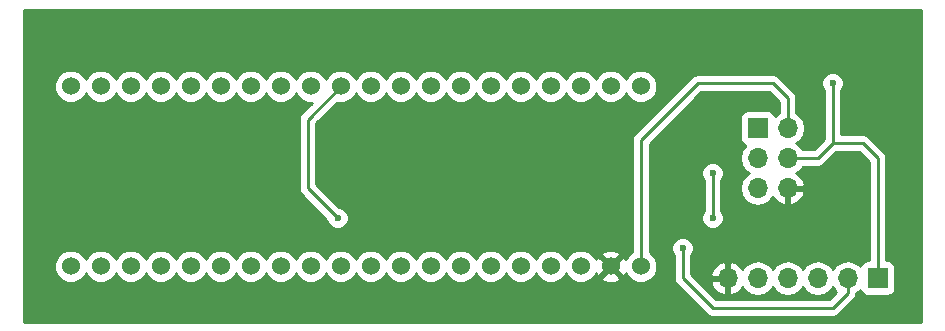
<source format=gtl>
G04 #@! TF.FileFunction,Copper,L1,Top,Signal*
%FSLAX46Y46*%
G04 Gerber Fmt 4.6, Leading zero omitted, Abs format (unit mm)*
G04 Created by KiCad (PCBNEW 4.0.6) date Sun May 21 13:57:47 2017*
%MOMM*%
%LPD*%
G01*
G04 APERTURE LIST*
%ADD10C,0.100000*%
%ADD11R,1.700000X1.700000*%
%ADD12O,1.700000X1.700000*%
%ADD13C,1.524000*%
%ADD14C,0.600000*%
%ADD15C,0.250000*%
%ADD16C,0.254000*%
G04 APERTURE END LIST*
D10*
D11*
X226060000Y-113030000D03*
D12*
X228600000Y-113030000D03*
X226060000Y-115570000D03*
X228600000Y-115570000D03*
X226060000Y-118110000D03*
X228600000Y-118110000D03*
D13*
X167915001Y-124735001D03*
X170455001Y-124735001D03*
X172995001Y-124735001D03*
X175535001Y-124735001D03*
X178075001Y-124735001D03*
X180615001Y-124735001D03*
X183155001Y-124735001D03*
X185695001Y-124735001D03*
X188235001Y-124735001D03*
X190775001Y-124735001D03*
X193315001Y-124735001D03*
X195855001Y-124735001D03*
X198395001Y-124735001D03*
X200935001Y-124735001D03*
X203475001Y-124735001D03*
X206015001Y-124735001D03*
X208555001Y-124735001D03*
X211095001Y-124735001D03*
X213635001Y-124735001D03*
X216175001Y-124735001D03*
X216175001Y-109495001D03*
X213635001Y-109495001D03*
X211095001Y-109495001D03*
X208555001Y-109495001D03*
X206015001Y-109495001D03*
X203475001Y-109495001D03*
X200935001Y-109495001D03*
X198395001Y-109495001D03*
X195855001Y-109495001D03*
X193315001Y-109495001D03*
X190775001Y-109495001D03*
X188235001Y-109495001D03*
X185695001Y-109495001D03*
X183155001Y-109495001D03*
X180615001Y-109495001D03*
X178075001Y-109495001D03*
X175535001Y-109495001D03*
X172995001Y-109495001D03*
X170455001Y-109495001D03*
X167915001Y-109495001D03*
D11*
X236220000Y-125730000D03*
D12*
X233680000Y-125730000D03*
X231140000Y-125730000D03*
X228600000Y-125730000D03*
X226060000Y-125730000D03*
X223520000Y-125730000D03*
D14*
X190500000Y-120650000D03*
X219710000Y-123190000D03*
X222250000Y-116840000D03*
X222250000Y-120650000D03*
X232410000Y-109220000D03*
D15*
X216175001Y-124735001D02*
X216175001Y-114024999D01*
X228600000Y-110490000D02*
X228600000Y-113030000D01*
X227330000Y-109220000D02*
X228600000Y-110490000D01*
X220980000Y-109220000D02*
X227330000Y-109220000D01*
X216175001Y-114024999D02*
X220980000Y-109220000D01*
X233680000Y-125730000D02*
X233680000Y-127000000D01*
X187960000Y-112310002D02*
X190775001Y-109495001D01*
X187960000Y-118110000D02*
X187960000Y-112310002D01*
X190500000Y-120650000D02*
X187960000Y-118110000D01*
X219710000Y-125730000D02*
X219710000Y-123190000D01*
X222250000Y-128270000D02*
X219710000Y-125730000D01*
X232410000Y-128270000D02*
X222250000Y-128270000D01*
X233680000Y-127000000D02*
X232410000Y-128270000D01*
X222250000Y-120650000D02*
X222250000Y-116840000D01*
X236220000Y-125730000D02*
X236220000Y-115570000D01*
X234950000Y-114300000D02*
X232410000Y-114300000D01*
X236220000Y-115570000D02*
X234950000Y-114300000D01*
X232410000Y-114300000D02*
X231140000Y-115570000D01*
X232410000Y-109220000D02*
X232410000Y-114300000D01*
X231140000Y-115570000D02*
X228600000Y-115570000D01*
D16*
G36*
X239903000Y-129413000D02*
X163957000Y-129413000D01*
X163957000Y-125011662D01*
X166517759Y-125011662D01*
X166729991Y-125525304D01*
X167122631Y-125918630D01*
X167635901Y-126131758D01*
X168191662Y-126132243D01*
X168705304Y-125920011D01*
X169098630Y-125527371D01*
X169184950Y-125319489D01*
X169269991Y-125525304D01*
X169662631Y-125918630D01*
X170175901Y-126131758D01*
X170731662Y-126132243D01*
X171245304Y-125920011D01*
X171638630Y-125527371D01*
X171724950Y-125319489D01*
X171809991Y-125525304D01*
X172202631Y-125918630D01*
X172715901Y-126131758D01*
X173271662Y-126132243D01*
X173785304Y-125920011D01*
X174178630Y-125527371D01*
X174264950Y-125319489D01*
X174349991Y-125525304D01*
X174742631Y-125918630D01*
X175255901Y-126131758D01*
X175811662Y-126132243D01*
X176325304Y-125920011D01*
X176718630Y-125527371D01*
X176804950Y-125319489D01*
X176889991Y-125525304D01*
X177282631Y-125918630D01*
X177795901Y-126131758D01*
X178351662Y-126132243D01*
X178865304Y-125920011D01*
X179258630Y-125527371D01*
X179344950Y-125319489D01*
X179429991Y-125525304D01*
X179822631Y-125918630D01*
X180335901Y-126131758D01*
X180891662Y-126132243D01*
X181405304Y-125920011D01*
X181798630Y-125527371D01*
X181884950Y-125319489D01*
X181969991Y-125525304D01*
X182362631Y-125918630D01*
X182875901Y-126131758D01*
X183431662Y-126132243D01*
X183945304Y-125920011D01*
X184338630Y-125527371D01*
X184424950Y-125319489D01*
X184509991Y-125525304D01*
X184902631Y-125918630D01*
X185415901Y-126131758D01*
X185971662Y-126132243D01*
X186485304Y-125920011D01*
X186878630Y-125527371D01*
X186964950Y-125319489D01*
X187049991Y-125525304D01*
X187442631Y-125918630D01*
X187955901Y-126131758D01*
X188511662Y-126132243D01*
X189025304Y-125920011D01*
X189418630Y-125527371D01*
X189504950Y-125319489D01*
X189589991Y-125525304D01*
X189982631Y-125918630D01*
X190495901Y-126131758D01*
X191051662Y-126132243D01*
X191565304Y-125920011D01*
X191958630Y-125527371D01*
X192044950Y-125319489D01*
X192129991Y-125525304D01*
X192522631Y-125918630D01*
X193035901Y-126131758D01*
X193591662Y-126132243D01*
X194105304Y-125920011D01*
X194498630Y-125527371D01*
X194584950Y-125319489D01*
X194669991Y-125525304D01*
X195062631Y-125918630D01*
X195575901Y-126131758D01*
X196131662Y-126132243D01*
X196645304Y-125920011D01*
X197038630Y-125527371D01*
X197124950Y-125319489D01*
X197209991Y-125525304D01*
X197602631Y-125918630D01*
X198115901Y-126131758D01*
X198671662Y-126132243D01*
X199185304Y-125920011D01*
X199578630Y-125527371D01*
X199664950Y-125319489D01*
X199749991Y-125525304D01*
X200142631Y-125918630D01*
X200655901Y-126131758D01*
X201211662Y-126132243D01*
X201725304Y-125920011D01*
X202118630Y-125527371D01*
X202204950Y-125319489D01*
X202289991Y-125525304D01*
X202682631Y-125918630D01*
X203195901Y-126131758D01*
X203751662Y-126132243D01*
X204265304Y-125920011D01*
X204658630Y-125527371D01*
X204744950Y-125319489D01*
X204829991Y-125525304D01*
X205222631Y-125918630D01*
X205735901Y-126131758D01*
X206291662Y-126132243D01*
X206805304Y-125920011D01*
X207198630Y-125527371D01*
X207284950Y-125319489D01*
X207369991Y-125525304D01*
X207762631Y-125918630D01*
X208275901Y-126131758D01*
X208831662Y-126132243D01*
X209345304Y-125920011D01*
X209738630Y-125527371D01*
X209824950Y-125319489D01*
X209909991Y-125525304D01*
X210302631Y-125918630D01*
X210815901Y-126131758D01*
X211371662Y-126132243D01*
X211885304Y-125920011D01*
X212090458Y-125715214D01*
X212834393Y-125715214D01*
X212903858Y-125957398D01*
X213427303Y-126144145D01*
X213982369Y-126116363D01*
X214366144Y-125957398D01*
X214435609Y-125715214D01*
X213635001Y-124914606D01*
X212834393Y-125715214D01*
X212090458Y-125715214D01*
X212278630Y-125527371D01*
X212358396Y-125335274D01*
X212412604Y-125466144D01*
X212654788Y-125535609D01*
X213455396Y-124735001D01*
X213814606Y-124735001D01*
X214615214Y-125535609D01*
X214857398Y-125466144D01*
X214907510Y-125325683D01*
X214989991Y-125525304D01*
X215382631Y-125918630D01*
X215895901Y-126131758D01*
X216451662Y-126132243D01*
X216965304Y-125920011D01*
X217358630Y-125527371D01*
X217571758Y-125014101D01*
X217572243Y-124458340D01*
X217360011Y-123944698D01*
X216967371Y-123551372D01*
X216935001Y-123537931D01*
X216935001Y-117025167D01*
X221314838Y-117025167D01*
X221456883Y-117368943D01*
X221490000Y-117402118D01*
X221490000Y-120087537D01*
X221457808Y-120119673D01*
X221315162Y-120463201D01*
X221314838Y-120835167D01*
X221456883Y-121178943D01*
X221719673Y-121442192D01*
X222063201Y-121584838D01*
X222435167Y-121585162D01*
X222778943Y-121443117D01*
X223042192Y-121180327D01*
X223184838Y-120836799D01*
X223185162Y-120464833D01*
X223043117Y-120121057D01*
X223010000Y-120087882D01*
X223010000Y-117402463D01*
X223042192Y-117370327D01*
X223184838Y-117026799D01*
X223185162Y-116654833D01*
X223043117Y-116311057D01*
X222780327Y-116047808D01*
X222436799Y-115905162D01*
X222064833Y-115904838D01*
X221721057Y-116046883D01*
X221457808Y-116309673D01*
X221315162Y-116653201D01*
X221314838Y-117025167D01*
X216935001Y-117025167D01*
X216935001Y-114339801D01*
X221294802Y-109980000D01*
X227015198Y-109980000D01*
X227840000Y-110804802D01*
X227840000Y-111766699D01*
X227520853Y-111979946D01*
X227520029Y-111981179D01*
X227513162Y-111944683D01*
X227374090Y-111728559D01*
X227161890Y-111583569D01*
X226910000Y-111532560D01*
X225210000Y-111532560D01*
X224974683Y-111576838D01*
X224758559Y-111715910D01*
X224613569Y-111928110D01*
X224562560Y-112180000D01*
X224562560Y-113880000D01*
X224606838Y-114115317D01*
X224745910Y-114331441D01*
X224958110Y-114476431D01*
X225025541Y-114490086D01*
X224980853Y-114519946D01*
X224658946Y-115001715D01*
X224545907Y-115570000D01*
X224658946Y-116138285D01*
X224980853Y-116620054D01*
X225310026Y-116840000D01*
X224980853Y-117059946D01*
X224658946Y-117541715D01*
X224545907Y-118110000D01*
X224658946Y-118678285D01*
X224980853Y-119160054D01*
X225462622Y-119481961D01*
X226030907Y-119595000D01*
X226089093Y-119595000D01*
X226657378Y-119481961D01*
X227139147Y-119160054D01*
X227328345Y-118876899D01*
X227328355Y-118876924D01*
X227718642Y-119305183D01*
X228243108Y-119551486D01*
X228473000Y-119430819D01*
X228473000Y-118237000D01*
X228727000Y-118237000D01*
X228727000Y-119430819D01*
X228956892Y-119551486D01*
X229481358Y-119305183D01*
X229871645Y-118876924D01*
X230041476Y-118466890D01*
X229920155Y-118237000D01*
X228727000Y-118237000D01*
X228473000Y-118237000D01*
X228453000Y-118237000D01*
X228453000Y-117983000D01*
X228473000Y-117983000D01*
X228473000Y-117963000D01*
X228727000Y-117963000D01*
X228727000Y-117983000D01*
X229920155Y-117983000D01*
X230041476Y-117753110D01*
X229871645Y-117343076D01*
X229481358Y-116914817D01*
X229338447Y-116847702D01*
X229679147Y-116620054D01*
X229872954Y-116330000D01*
X231140000Y-116330000D01*
X231430839Y-116272148D01*
X231677401Y-116107401D01*
X232724802Y-115060000D01*
X234635198Y-115060000D01*
X235460000Y-115884802D01*
X235460000Y-124232560D01*
X235370000Y-124232560D01*
X235134683Y-124276838D01*
X234918559Y-124415910D01*
X234773569Y-124628110D01*
X234759914Y-124695541D01*
X234730054Y-124650853D01*
X234248285Y-124328946D01*
X233680000Y-124215907D01*
X233111715Y-124328946D01*
X232629946Y-124650853D01*
X232410000Y-124980026D01*
X232190054Y-124650853D01*
X231708285Y-124328946D01*
X231140000Y-124215907D01*
X230571715Y-124328946D01*
X230089946Y-124650853D01*
X229870000Y-124980026D01*
X229650054Y-124650853D01*
X229168285Y-124328946D01*
X228600000Y-124215907D01*
X228031715Y-124328946D01*
X227549946Y-124650853D01*
X227330000Y-124980026D01*
X227110054Y-124650853D01*
X226628285Y-124328946D01*
X226060000Y-124215907D01*
X225491715Y-124328946D01*
X225009946Y-124650853D01*
X224782298Y-124991553D01*
X224715183Y-124848642D01*
X224286924Y-124458355D01*
X223876890Y-124288524D01*
X223647000Y-124409845D01*
X223647000Y-125603000D01*
X223667000Y-125603000D01*
X223667000Y-125857000D01*
X223647000Y-125857000D01*
X223647000Y-127050155D01*
X223876890Y-127171476D01*
X224286924Y-127001645D01*
X224715183Y-126611358D01*
X224782298Y-126468447D01*
X225009946Y-126809147D01*
X225491715Y-127131054D01*
X226060000Y-127244093D01*
X226628285Y-127131054D01*
X227110054Y-126809147D01*
X227330000Y-126479974D01*
X227549946Y-126809147D01*
X228031715Y-127131054D01*
X228600000Y-127244093D01*
X229168285Y-127131054D01*
X229650054Y-126809147D01*
X229870000Y-126479974D01*
X230089946Y-126809147D01*
X230571715Y-127131054D01*
X231140000Y-127244093D01*
X231708285Y-127131054D01*
X232190054Y-126809147D01*
X232410000Y-126479974D01*
X232629946Y-126809147D01*
X232729519Y-126875679D01*
X232095198Y-127510000D01*
X222564802Y-127510000D01*
X221141694Y-126086892D01*
X222078514Y-126086892D01*
X222324817Y-126611358D01*
X222753076Y-127001645D01*
X223163110Y-127171476D01*
X223393000Y-127050155D01*
X223393000Y-125857000D01*
X222199181Y-125857000D01*
X222078514Y-126086892D01*
X221141694Y-126086892D01*
X220470000Y-125415198D01*
X220470000Y-125373108D01*
X222078514Y-125373108D01*
X222199181Y-125603000D01*
X223393000Y-125603000D01*
X223393000Y-124409845D01*
X223163110Y-124288524D01*
X222753076Y-124458355D01*
X222324817Y-124848642D01*
X222078514Y-125373108D01*
X220470000Y-125373108D01*
X220470000Y-123752463D01*
X220502192Y-123720327D01*
X220644838Y-123376799D01*
X220645162Y-123004833D01*
X220503117Y-122661057D01*
X220240327Y-122397808D01*
X219896799Y-122255162D01*
X219524833Y-122254838D01*
X219181057Y-122396883D01*
X218917808Y-122659673D01*
X218775162Y-123003201D01*
X218774838Y-123375167D01*
X218916883Y-123718943D01*
X218950000Y-123752118D01*
X218950000Y-125730000D01*
X219007852Y-126020839D01*
X219172599Y-126267401D01*
X221712599Y-128807401D01*
X221959160Y-128972148D01*
X222007414Y-128981746D01*
X222250000Y-129030000D01*
X232410000Y-129030000D01*
X232700839Y-128972148D01*
X232947401Y-128807401D01*
X234217401Y-127537401D01*
X234382148Y-127290840D01*
X234439322Y-127003407D01*
X234730054Y-126809147D01*
X234757850Y-126767548D01*
X234766838Y-126815317D01*
X234905910Y-127031441D01*
X235118110Y-127176431D01*
X235370000Y-127227440D01*
X237070000Y-127227440D01*
X237305317Y-127183162D01*
X237521441Y-127044090D01*
X237666431Y-126831890D01*
X237717440Y-126580000D01*
X237717440Y-124880000D01*
X237673162Y-124644683D01*
X237534090Y-124428559D01*
X237321890Y-124283569D01*
X237070000Y-124232560D01*
X236980000Y-124232560D01*
X236980000Y-115570000D01*
X236922148Y-115279161D01*
X236922148Y-115279160D01*
X236757401Y-115032599D01*
X235487401Y-113762599D01*
X235240839Y-113597852D01*
X234950000Y-113540000D01*
X233170000Y-113540000D01*
X233170000Y-109782463D01*
X233202192Y-109750327D01*
X233344838Y-109406799D01*
X233345162Y-109034833D01*
X233203117Y-108691057D01*
X232940327Y-108427808D01*
X232596799Y-108285162D01*
X232224833Y-108284838D01*
X231881057Y-108426883D01*
X231617808Y-108689673D01*
X231475162Y-109033201D01*
X231474838Y-109405167D01*
X231616883Y-109748943D01*
X231650000Y-109782118D01*
X231650000Y-113985198D01*
X230825198Y-114810000D01*
X229872954Y-114810000D01*
X229679147Y-114519946D01*
X229349974Y-114300000D01*
X229679147Y-114080054D01*
X230001054Y-113598285D01*
X230114093Y-113030000D01*
X230001054Y-112461715D01*
X229679147Y-111979946D01*
X229360000Y-111766699D01*
X229360000Y-110490000D01*
X229302148Y-110199161D01*
X229302148Y-110199160D01*
X229137401Y-109952599D01*
X227867401Y-108682599D01*
X227620839Y-108517852D01*
X227330000Y-108460000D01*
X220980000Y-108460000D01*
X220689161Y-108517852D01*
X220442599Y-108682599D01*
X215637600Y-113487598D01*
X215472853Y-113734160D01*
X215415001Y-114024999D01*
X215415001Y-123537470D01*
X215384698Y-123549991D01*
X214991372Y-123942631D01*
X214911606Y-124134728D01*
X214857398Y-124003858D01*
X214615214Y-123934393D01*
X213814606Y-124735001D01*
X213455396Y-124735001D01*
X212654788Y-123934393D01*
X212412604Y-124003858D01*
X212362492Y-124144319D01*
X212280011Y-123944698D01*
X212090433Y-123754788D01*
X212834393Y-123754788D01*
X213635001Y-124555396D01*
X214435609Y-123754788D01*
X214366144Y-123512604D01*
X213842699Y-123325857D01*
X213287633Y-123353639D01*
X212903858Y-123512604D01*
X212834393Y-123754788D01*
X212090433Y-123754788D01*
X211887371Y-123551372D01*
X211374101Y-123338244D01*
X210818340Y-123337759D01*
X210304698Y-123549991D01*
X209911372Y-123942631D01*
X209825052Y-124150513D01*
X209740011Y-123944698D01*
X209347371Y-123551372D01*
X208834101Y-123338244D01*
X208278340Y-123337759D01*
X207764698Y-123549991D01*
X207371372Y-123942631D01*
X207285052Y-124150513D01*
X207200011Y-123944698D01*
X206807371Y-123551372D01*
X206294101Y-123338244D01*
X205738340Y-123337759D01*
X205224698Y-123549991D01*
X204831372Y-123942631D01*
X204745052Y-124150513D01*
X204660011Y-123944698D01*
X204267371Y-123551372D01*
X203754101Y-123338244D01*
X203198340Y-123337759D01*
X202684698Y-123549991D01*
X202291372Y-123942631D01*
X202205052Y-124150513D01*
X202120011Y-123944698D01*
X201727371Y-123551372D01*
X201214101Y-123338244D01*
X200658340Y-123337759D01*
X200144698Y-123549991D01*
X199751372Y-123942631D01*
X199665052Y-124150513D01*
X199580011Y-123944698D01*
X199187371Y-123551372D01*
X198674101Y-123338244D01*
X198118340Y-123337759D01*
X197604698Y-123549991D01*
X197211372Y-123942631D01*
X197125052Y-124150513D01*
X197040011Y-123944698D01*
X196647371Y-123551372D01*
X196134101Y-123338244D01*
X195578340Y-123337759D01*
X195064698Y-123549991D01*
X194671372Y-123942631D01*
X194585052Y-124150513D01*
X194500011Y-123944698D01*
X194107371Y-123551372D01*
X193594101Y-123338244D01*
X193038340Y-123337759D01*
X192524698Y-123549991D01*
X192131372Y-123942631D01*
X192045052Y-124150513D01*
X191960011Y-123944698D01*
X191567371Y-123551372D01*
X191054101Y-123338244D01*
X190498340Y-123337759D01*
X189984698Y-123549991D01*
X189591372Y-123942631D01*
X189505052Y-124150513D01*
X189420011Y-123944698D01*
X189027371Y-123551372D01*
X188514101Y-123338244D01*
X187958340Y-123337759D01*
X187444698Y-123549991D01*
X187051372Y-123942631D01*
X186965052Y-124150513D01*
X186880011Y-123944698D01*
X186487371Y-123551372D01*
X185974101Y-123338244D01*
X185418340Y-123337759D01*
X184904698Y-123549991D01*
X184511372Y-123942631D01*
X184425052Y-124150513D01*
X184340011Y-123944698D01*
X183947371Y-123551372D01*
X183434101Y-123338244D01*
X182878340Y-123337759D01*
X182364698Y-123549991D01*
X181971372Y-123942631D01*
X181885052Y-124150513D01*
X181800011Y-123944698D01*
X181407371Y-123551372D01*
X180894101Y-123338244D01*
X180338340Y-123337759D01*
X179824698Y-123549991D01*
X179431372Y-123942631D01*
X179345052Y-124150513D01*
X179260011Y-123944698D01*
X178867371Y-123551372D01*
X178354101Y-123338244D01*
X177798340Y-123337759D01*
X177284698Y-123549991D01*
X176891372Y-123942631D01*
X176805052Y-124150513D01*
X176720011Y-123944698D01*
X176327371Y-123551372D01*
X175814101Y-123338244D01*
X175258340Y-123337759D01*
X174744698Y-123549991D01*
X174351372Y-123942631D01*
X174265052Y-124150513D01*
X174180011Y-123944698D01*
X173787371Y-123551372D01*
X173274101Y-123338244D01*
X172718340Y-123337759D01*
X172204698Y-123549991D01*
X171811372Y-123942631D01*
X171725052Y-124150513D01*
X171640011Y-123944698D01*
X171247371Y-123551372D01*
X170734101Y-123338244D01*
X170178340Y-123337759D01*
X169664698Y-123549991D01*
X169271372Y-123942631D01*
X169185052Y-124150513D01*
X169100011Y-123944698D01*
X168707371Y-123551372D01*
X168194101Y-123338244D01*
X167638340Y-123337759D01*
X167124698Y-123549991D01*
X166731372Y-123942631D01*
X166518244Y-124455901D01*
X166517759Y-125011662D01*
X163957000Y-125011662D01*
X163957000Y-109771662D01*
X166517759Y-109771662D01*
X166729991Y-110285304D01*
X167122631Y-110678630D01*
X167635901Y-110891758D01*
X168191662Y-110892243D01*
X168705304Y-110680011D01*
X169098630Y-110287371D01*
X169184950Y-110079489D01*
X169269991Y-110285304D01*
X169662631Y-110678630D01*
X170175901Y-110891758D01*
X170731662Y-110892243D01*
X171245304Y-110680011D01*
X171638630Y-110287371D01*
X171724950Y-110079489D01*
X171809991Y-110285304D01*
X172202631Y-110678630D01*
X172715901Y-110891758D01*
X173271662Y-110892243D01*
X173785304Y-110680011D01*
X174178630Y-110287371D01*
X174264950Y-110079489D01*
X174349991Y-110285304D01*
X174742631Y-110678630D01*
X175255901Y-110891758D01*
X175811662Y-110892243D01*
X176325304Y-110680011D01*
X176718630Y-110287371D01*
X176804950Y-110079489D01*
X176889991Y-110285304D01*
X177282631Y-110678630D01*
X177795901Y-110891758D01*
X178351662Y-110892243D01*
X178865304Y-110680011D01*
X179258630Y-110287371D01*
X179344950Y-110079489D01*
X179429991Y-110285304D01*
X179822631Y-110678630D01*
X180335901Y-110891758D01*
X180891662Y-110892243D01*
X181405304Y-110680011D01*
X181798630Y-110287371D01*
X181884950Y-110079489D01*
X181969991Y-110285304D01*
X182362631Y-110678630D01*
X182875901Y-110891758D01*
X183431662Y-110892243D01*
X183945304Y-110680011D01*
X184338630Y-110287371D01*
X184424950Y-110079489D01*
X184509991Y-110285304D01*
X184902631Y-110678630D01*
X185415901Y-110891758D01*
X185971662Y-110892243D01*
X186485304Y-110680011D01*
X186878630Y-110287371D01*
X186964950Y-110079489D01*
X187049991Y-110285304D01*
X187442631Y-110678630D01*
X187955901Y-110891758D01*
X188303139Y-110892061D01*
X187422599Y-111772601D01*
X187257852Y-112019163D01*
X187200000Y-112310002D01*
X187200000Y-118110000D01*
X187257852Y-118400839D01*
X187422599Y-118647401D01*
X189564878Y-120789680D01*
X189564838Y-120835167D01*
X189706883Y-121178943D01*
X189969673Y-121442192D01*
X190313201Y-121584838D01*
X190685167Y-121585162D01*
X191028943Y-121443117D01*
X191292192Y-121180327D01*
X191434838Y-120836799D01*
X191435162Y-120464833D01*
X191293117Y-120121057D01*
X191030327Y-119857808D01*
X190686799Y-119715162D01*
X190639923Y-119715121D01*
X188720000Y-117795198D01*
X188720000Y-112624804D01*
X190465620Y-110879184D01*
X190495901Y-110891758D01*
X191051662Y-110892243D01*
X191565304Y-110680011D01*
X191958630Y-110287371D01*
X192044950Y-110079489D01*
X192129991Y-110285304D01*
X192522631Y-110678630D01*
X193035901Y-110891758D01*
X193591662Y-110892243D01*
X194105304Y-110680011D01*
X194498630Y-110287371D01*
X194584950Y-110079489D01*
X194669991Y-110285304D01*
X195062631Y-110678630D01*
X195575901Y-110891758D01*
X196131662Y-110892243D01*
X196645304Y-110680011D01*
X197038630Y-110287371D01*
X197124950Y-110079489D01*
X197209991Y-110285304D01*
X197602631Y-110678630D01*
X198115901Y-110891758D01*
X198671662Y-110892243D01*
X199185304Y-110680011D01*
X199578630Y-110287371D01*
X199664950Y-110079489D01*
X199749991Y-110285304D01*
X200142631Y-110678630D01*
X200655901Y-110891758D01*
X201211662Y-110892243D01*
X201725304Y-110680011D01*
X202118630Y-110287371D01*
X202204950Y-110079489D01*
X202289991Y-110285304D01*
X202682631Y-110678630D01*
X203195901Y-110891758D01*
X203751662Y-110892243D01*
X204265304Y-110680011D01*
X204658630Y-110287371D01*
X204744950Y-110079489D01*
X204829991Y-110285304D01*
X205222631Y-110678630D01*
X205735901Y-110891758D01*
X206291662Y-110892243D01*
X206805304Y-110680011D01*
X207198630Y-110287371D01*
X207284950Y-110079489D01*
X207369991Y-110285304D01*
X207762631Y-110678630D01*
X208275901Y-110891758D01*
X208831662Y-110892243D01*
X209345304Y-110680011D01*
X209738630Y-110287371D01*
X209824950Y-110079489D01*
X209909991Y-110285304D01*
X210302631Y-110678630D01*
X210815901Y-110891758D01*
X211371662Y-110892243D01*
X211885304Y-110680011D01*
X212278630Y-110287371D01*
X212364950Y-110079489D01*
X212449991Y-110285304D01*
X212842631Y-110678630D01*
X213355901Y-110891758D01*
X213911662Y-110892243D01*
X214425304Y-110680011D01*
X214818630Y-110287371D01*
X214904950Y-110079489D01*
X214989991Y-110285304D01*
X215382631Y-110678630D01*
X215895901Y-110891758D01*
X216451662Y-110892243D01*
X216965304Y-110680011D01*
X217358630Y-110287371D01*
X217571758Y-109774101D01*
X217572243Y-109218340D01*
X217360011Y-108704698D01*
X216967371Y-108311372D01*
X216454101Y-108098244D01*
X215898340Y-108097759D01*
X215384698Y-108309991D01*
X214991372Y-108702631D01*
X214905052Y-108910513D01*
X214820011Y-108704698D01*
X214427371Y-108311372D01*
X213914101Y-108098244D01*
X213358340Y-108097759D01*
X212844698Y-108309991D01*
X212451372Y-108702631D01*
X212365052Y-108910513D01*
X212280011Y-108704698D01*
X211887371Y-108311372D01*
X211374101Y-108098244D01*
X210818340Y-108097759D01*
X210304698Y-108309991D01*
X209911372Y-108702631D01*
X209825052Y-108910513D01*
X209740011Y-108704698D01*
X209347371Y-108311372D01*
X208834101Y-108098244D01*
X208278340Y-108097759D01*
X207764698Y-108309991D01*
X207371372Y-108702631D01*
X207285052Y-108910513D01*
X207200011Y-108704698D01*
X206807371Y-108311372D01*
X206294101Y-108098244D01*
X205738340Y-108097759D01*
X205224698Y-108309991D01*
X204831372Y-108702631D01*
X204745052Y-108910513D01*
X204660011Y-108704698D01*
X204267371Y-108311372D01*
X203754101Y-108098244D01*
X203198340Y-108097759D01*
X202684698Y-108309991D01*
X202291372Y-108702631D01*
X202205052Y-108910513D01*
X202120011Y-108704698D01*
X201727371Y-108311372D01*
X201214101Y-108098244D01*
X200658340Y-108097759D01*
X200144698Y-108309991D01*
X199751372Y-108702631D01*
X199665052Y-108910513D01*
X199580011Y-108704698D01*
X199187371Y-108311372D01*
X198674101Y-108098244D01*
X198118340Y-108097759D01*
X197604698Y-108309991D01*
X197211372Y-108702631D01*
X197125052Y-108910513D01*
X197040011Y-108704698D01*
X196647371Y-108311372D01*
X196134101Y-108098244D01*
X195578340Y-108097759D01*
X195064698Y-108309991D01*
X194671372Y-108702631D01*
X194585052Y-108910513D01*
X194500011Y-108704698D01*
X194107371Y-108311372D01*
X193594101Y-108098244D01*
X193038340Y-108097759D01*
X192524698Y-108309991D01*
X192131372Y-108702631D01*
X192045052Y-108910513D01*
X191960011Y-108704698D01*
X191567371Y-108311372D01*
X191054101Y-108098244D01*
X190498340Y-108097759D01*
X189984698Y-108309991D01*
X189591372Y-108702631D01*
X189505052Y-108910513D01*
X189420011Y-108704698D01*
X189027371Y-108311372D01*
X188514101Y-108098244D01*
X187958340Y-108097759D01*
X187444698Y-108309991D01*
X187051372Y-108702631D01*
X186965052Y-108910513D01*
X186880011Y-108704698D01*
X186487371Y-108311372D01*
X185974101Y-108098244D01*
X185418340Y-108097759D01*
X184904698Y-108309991D01*
X184511372Y-108702631D01*
X184425052Y-108910513D01*
X184340011Y-108704698D01*
X183947371Y-108311372D01*
X183434101Y-108098244D01*
X182878340Y-108097759D01*
X182364698Y-108309991D01*
X181971372Y-108702631D01*
X181885052Y-108910513D01*
X181800011Y-108704698D01*
X181407371Y-108311372D01*
X180894101Y-108098244D01*
X180338340Y-108097759D01*
X179824698Y-108309991D01*
X179431372Y-108702631D01*
X179345052Y-108910513D01*
X179260011Y-108704698D01*
X178867371Y-108311372D01*
X178354101Y-108098244D01*
X177798340Y-108097759D01*
X177284698Y-108309991D01*
X176891372Y-108702631D01*
X176805052Y-108910513D01*
X176720011Y-108704698D01*
X176327371Y-108311372D01*
X175814101Y-108098244D01*
X175258340Y-108097759D01*
X174744698Y-108309991D01*
X174351372Y-108702631D01*
X174265052Y-108910513D01*
X174180011Y-108704698D01*
X173787371Y-108311372D01*
X173274101Y-108098244D01*
X172718340Y-108097759D01*
X172204698Y-108309991D01*
X171811372Y-108702631D01*
X171725052Y-108910513D01*
X171640011Y-108704698D01*
X171247371Y-108311372D01*
X170734101Y-108098244D01*
X170178340Y-108097759D01*
X169664698Y-108309991D01*
X169271372Y-108702631D01*
X169185052Y-108910513D01*
X169100011Y-108704698D01*
X168707371Y-108311372D01*
X168194101Y-108098244D01*
X167638340Y-108097759D01*
X167124698Y-108309991D01*
X166731372Y-108702631D01*
X166518244Y-109215901D01*
X166517759Y-109771662D01*
X163957000Y-109771662D01*
X163957000Y-102997000D01*
X239903000Y-102997000D01*
X239903000Y-129413000D01*
X239903000Y-129413000D01*
G37*
X239903000Y-129413000D02*
X163957000Y-129413000D01*
X163957000Y-125011662D01*
X166517759Y-125011662D01*
X166729991Y-125525304D01*
X167122631Y-125918630D01*
X167635901Y-126131758D01*
X168191662Y-126132243D01*
X168705304Y-125920011D01*
X169098630Y-125527371D01*
X169184950Y-125319489D01*
X169269991Y-125525304D01*
X169662631Y-125918630D01*
X170175901Y-126131758D01*
X170731662Y-126132243D01*
X171245304Y-125920011D01*
X171638630Y-125527371D01*
X171724950Y-125319489D01*
X171809991Y-125525304D01*
X172202631Y-125918630D01*
X172715901Y-126131758D01*
X173271662Y-126132243D01*
X173785304Y-125920011D01*
X174178630Y-125527371D01*
X174264950Y-125319489D01*
X174349991Y-125525304D01*
X174742631Y-125918630D01*
X175255901Y-126131758D01*
X175811662Y-126132243D01*
X176325304Y-125920011D01*
X176718630Y-125527371D01*
X176804950Y-125319489D01*
X176889991Y-125525304D01*
X177282631Y-125918630D01*
X177795901Y-126131758D01*
X178351662Y-126132243D01*
X178865304Y-125920011D01*
X179258630Y-125527371D01*
X179344950Y-125319489D01*
X179429991Y-125525304D01*
X179822631Y-125918630D01*
X180335901Y-126131758D01*
X180891662Y-126132243D01*
X181405304Y-125920011D01*
X181798630Y-125527371D01*
X181884950Y-125319489D01*
X181969991Y-125525304D01*
X182362631Y-125918630D01*
X182875901Y-126131758D01*
X183431662Y-126132243D01*
X183945304Y-125920011D01*
X184338630Y-125527371D01*
X184424950Y-125319489D01*
X184509991Y-125525304D01*
X184902631Y-125918630D01*
X185415901Y-126131758D01*
X185971662Y-126132243D01*
X186485304Y-125920011D01*
X186878630Y-125527371D01*
X186964950Y-125319489D01*
X187049991Y-125525304D01*
X187442631Y-125918630D01*
X187955901Y-126131758D01*
X188511662Y-126132243D01*
X189025304Y-125920011D01*
X189418630Y-125527371D01*
X189504950Y-125319489D01*
X189589991Y-125525304D01*
X189982631Y-125918630D01*
X190495901Y-126131758D01*
X191051662Y-126132243D01*
X191565304Y-125920011D01*
X191958630Y-125527371D01*
X192044950Y-125319489D01*
X192129991Y-125525304D01*
X192522631Y-125918630D01*
X193035901Y-126131758D01*
X193591662Y-126132243D01*
X194105304Y-125920011D01*
X194498630Y-125527371D01*
X194584950Y-125319489D01*
X194669991Y-125525304D01*
X195062631Y-125918630D01*
X195575901Y-126131758D01*
X196131662Y-126132243D01*
X196645304Y-125920011D01*
X197038630Y-125527371D01*
X197124950Y-125319489D01*
X197209991Y-125525304D01*
X197602631Y-125918630D01*
X198115901Y-126131758D01*
X198671662Y-126132243D01*
X199185304Y-125920011D01*
X199578630Y-125527371D01*
X199664950Y-125319489D01*
X199749991Y-125525304D01*
X200142631Y-125918630D01*
X200655901Y-126131758D01*
X201211662Y-126132243D01*
X201725304Y-125920011D01*
X202118630Y-125527371D01*
X202204950Y-125319489D01*
X202289991Y-125525304D01*
X202682631Y-125918630D01*
X203195901Y-126131758D01*
X203751662Y-126132243D01*
X204265304Y-125920011D01*
X204658630Y-125527371D01*
X204744950Y-125319489D01*
X204829991Y-125525304D01*
X205222631Y-125918630D01*
X205735901Y-126131758D01*
X206291662Y-126132243D01*
X206805304Y-125920011D01*
X207198630Y-125527371D01*
X207284950Y-125319489D01*
X207369991Y-125525304D01*
X207762631Y-125918630D01*
X208275901Y-126131758D01*
X208831662Y-126132243D01*
X209345304Y-125920011D01*
X209738630Y-125527371D01*
X209824950Y-125319489D01*
X209909991Y-125525304D01*
X210302631Y-125918630D01*
X210815901Y-126131758D01*
X211371662Y-126132243D01*
X211885304Y-125920011D01*
X212090458Y-125715214D01*
X212834393Y-125715214D01*
X212903858Y-125957398D01*
X213427303Y-126144145D01*
X213982369Y-126116363D01*
X214366144Y-125957398D01*
X214435609Y-125715214D01*
X213635001Y-124914606D01*
X212834393Y-125715214D01*
X212090458Y-125715214D01*
X212278630Y-125527371D01*
X212358396Y-125335274D01*
X212412604Y-125466144D01*
X212654788Y-125535609D01*
X213455396Y-124735001D01*
X213814606Y-124735001D01*
X214615214Y-125535609D01*
X214857398Y-125466144D01*
X214907510Y-125325683D01*
X214989991Y-125525304D01*
X215382631Y-125918630D01*
X215895901Y-126131758D01*
X216451662Y-126132243D01*
X216965304Y-125920011D01*
X217358630Y-125527371D01*
X217571758Y-125014101D01*
X217572243Y-124458340D01*
X217360011Y-123944698D01*
X216967371Y-123551372D01*
X216935001Y-123537931D01*
X216935001Y-117025167D01*
X221314838Y-117025167D01*
X221456883Y-117368943D01*
X221490000Y-117402118D01*
X221490000Y-120087537D01*
X221457808Y-120119673D01*
X221315162Y-120463201D01*
X221314838Y-120835167D01*
X221456883Y-121178943D01*
X221719673Y-121442192D01*
X222063201Y-121584838D01*
X222435167Y-121585162D01*
X222778943Y-121443117D01*
X223042192Y-121180327D01*
X223184838Y-120836799D01*
X223185162Y-120464833D01*
X223043117Y-120121057D01*
X223010000Y-120087882D01*
X223010000Y-117402463D01*
X223042192Y-117370327D01*
X223184838Y-117026799D01*
X223185162Y-116654833D01*
X223043117Y-116311057D01*
X222780327Y-116047808D01*
X222436799Y-115905162D01*
X222064833Y-115904838D01*
X221721057Y-116046883D01*
X221457808Y-116309673D01*
X221315162Y-116653201D01*
X221314838Y-117025167D01*
X216935001Y-117025167D01*
X216935001Y-114339801D01*
X221294802Y-109980000D01*
X227015198Y-109980000D01*
X227840000Y-110804802D01*
X227840000Y-111766699D01*
X227520853Y-111979946D01*
X227520029Y-111981179D01*
X227513162Y-111944683D01*
X227374090Y-111728559D01*
X227161890Y-111583569D01*
X226910000Y-111532560D01*
X225210000Y-111532560D01*
X224974683Y-111576838D01*
X224758559Y-111715910D01*
X224613569Y-111928110D01*
X224562560Y-112180000D01*
X224562560Y-113880000D01*
X224606838Y-114115317D01*
X224745910Y-114331441D01*
X224958110Y-114476431D01*
X225025541Y-114490086D01*
X224980853Y-114519946D01*
X224658946Y-115001715D01*
X224545907Y-115570000D01*
X224658946Y-116138285D01*
X224980853Y-116620054D01*
X225310026Y-116840000D01*
X224980853Y-117059946D01*
X224658946Y-117541715D01*
X224545907Y-118110000D01*
X224658946Y-118678285D01*
X224980853Y-119160054D01*
X225462622Y-119481961D01*
X226030907Y-119595000D01*
X226089093Y-119595000D01*
X226657378Y-119481961D01*
X227139147Y-119160054D01*
X227328345Y-118876899D01*
X227328355Y-118876924D01*
X227718642Y-119305183D01*
X228243108Y-119551486D01*
X228473000Y-119430819D01*
X228473000Y-118237000D01*
X228727000Y-118237000D01*
X228727000Y-119430819D01*
X228956892Y-119551486D01*
X229481358Y-119305183D01*
X229871645Y-118876924D01*
X230041476Y-118466890D01*
X229920155Y-118237000D01*
X228727000Y-118237000D01*
X228473000Y-118237000D01*
X228453000Y-118237000D01*
X228453000Y-117983000D01*
X228473000Y-117983000D01*
X228473000Y-117963000D01*
X228727000Y-117963000D01*
X228727000Y-117983000D01*
X229920155Y-117983000D01*
X230041476Y-117753110D01*
X229871645Y-117343076D01*
X229481358Y-116914817D01*
X229338447Y-116847702D01*
X229679147Y-116620054D01*
X229872954Y-116330000D01*
X231140000Y-116330000D01*
X231430839Y-116272148D01*
X231677401Y-116107401D01*
X232724802Y-115060000D01*
X234635198Y-115060000D01*
X235460000Y-115884802D01*
X235460000Y-124232560D01*
X235370000Y-124232560D01*
X235134683Y-124276838D01*
X234918559Y-124415910D01*
X234773569Y-124628110D01*
X234759914Y-124695541D01*
X234730054Y-124650853D01*
X234248285Y-124328946D01*
X233680000Y-124215907D01*
X233111715Y-124328946D01*
X232629946Y-124650853D01*
X232410000Y-124980026D01*
X232190054Y-124650853D01*
X231708285Y-124328946D01*
X231140000Y-124215907D01*
X230571715Y-124328946D01*
X230089946Y-124650853D01*
X229870000Y-124980026D01*
X229650054Y-124650853D01*
X229168285Y-124328946D01*
X228600000Y-124215907D01*
X228031715Y-124328946D01*
X227549946Y-124650853D01*
X227330000Y-124980026D01*
X227110054Y-124650853D01*
X226628285Y-124328946D01*
X226060000Y-124215907D01*
X225491715Y-124328946D01*
X225009946Y-124650853D01*
X224782298Y-124991553D01*
X224715183Y-124848642D01*
X224286924Y-124458355D01*
X223876890Y-124288524D01*
X223647000Y-124409845D01*
X223647000Y-125603000D01*
X223667000Y-125603000D01*
X223667000Y-125857000D01*
X223647000Y-125857000D01*
X223647000Y-127050155D01*
X223876890Y-127171476D01*
X224286924Y-127001645D01*
X224715183Y-126611358D01*
X224782298Y-126468447D01*
X225009946Y-126809147D01*
X225491715Y-127131054D01*
X226060000Y-127244093D01*
X226628285Y-127131054D01*
X227110054Y-126809147D01*
X227330000Y-126479974D01*
X227549946Y-126809147D01*
X228031715Y-127131054D01*
X228600000Y-127244093D01*
X229168285Y-127131054D01*
X229650054Y-126809147D01*
X229870000Y-126479974D01*
X230089946Y-126809147D01*
X230571715Y-127131054D01*
X231140000Y-127244093D01*
X231708285Y-127131054D01*
X232190054Y-126809147D01*
X232410000Y-126479974D01*
X232629946Y-126809147D01*
X232729519Y-126875679D01*
X232095198Y-127510000D01*
X222564802Y-127510000D01*
X221141694Y-126086892D01*
X222078514Y-126086892D01*
X222324817Y-126611358D01*
X222753076Y-127001645D01*
X223163110Y-127171476D01*
X223393000Y-127050155D01*
X223393000Y-125857000D01*
X222199181Y-125857000D01*
X222078514Y-126086892D01*
X221141694Y-126086892D01*
X220470000Y-125415198D01*
X220470000Y-125373108D01*
X222078514Y-125373108D01*
X222199181Y-125603000D01*
X223393000Y-125603000D01*
X223393000Y-124409845D01*
X223163110Y-124288524D01*
X222753076Y-124458355D01*
X222324817Y-124848642D01*
X222078514Y-125373108D01*
X220470000Y-125373108D01*
X220470000Y-123752463D01*
X220502192Y-123720327D01*
X220644838Y-123376799D01*
X220645162Y-123004833D01*
X220503117Y-122661057D01*
X220240327Y-122397808D01*
X219896799Y-122255162D01*
X219524833Y-122254838D01*
X219181057Y-122396883D01*
X218917808Y-122659673D01*
X218775162Y-123003201D01*
X218774838Y-123375167D01*
X218916883Y-123718943D01*
X218950000Y-123752118D01*
X218950000Y-125730000D01*
X219007852Y-126020839D01*
X219172599Y-126267401D01*
X221712599Y-128807401D01*
X221959160Y-128972148D01*
X222007414Y-128981746D01*
X222250000Y-129030000D01*
X232410000Y-129030000D01*
X232700839Y-128972148D01*
X232947401Y-128807401D01*
X234217401Y-127537401D01*
X234382148Y-127290840D01*
X234439322Y-127003407D01*
X234730054Y-126809147D01*
X234757850Y-126767548D01*
X234766838Y-126815317D01*
X234905910Y-127031441D01*
X235118110Y-127176431D01*
X235370000Y-127227440D01*
X237070000Y-127227440D01*
X237305317Y-127183162D01*
X237521441Y-127044090D01*
X237666431Y-126831890D01*
X237717440Y-126580000D01*
X237717440Y-124880000D01*
X237673162Y-124644683D01*
X237534090Y-124428559D01*
X237321890Y-124283569D01*
X237070000Y-124232560D01*
X236980000Y-124232560D01*
X236980000Y-115570000D01*
X236922148Y-115279161D01*
X236922148Y-115279160D01*
X236757401Y-115032599D01*
X235487401Y-113762599D01*
X235240839Y-113597852D01*
X234950000Y-113540000D01*
X233170000Y-113540000D01*
X233170000Y-109782463D01*
X233202192Y-109750327D01*
X233344838Y-109406799D01*
X233345162Y-109034833D01*
X233203117Y-108691057D01*
X232940327Y-108427808D01*
X232596799Y-108285162D01*
X232224833Y-108284838D01*
X231881057Y-108426883D01*
X231617808Y-108689673D01*
X231475162Y-109033201D01*
X231474838Y-109405167D01*
X231616883Y-109748943D01*
X231650000Y-109782118D01*
X231650000Y-113985198D01*
X230825198Y-114810000D01*
X229872954Y-114810000D01*
X229679147Y-114519946D01*
X229349974Y-114300000D01*
X229679147Y-114080054D01*
X230001054Y-113598285D01*
X230114093Y-113030000D01*
X230001054Y-112461715D01*
X229679147Y-111979946D01*
X229360000Y-111766699D01*
X229360000Y-110490000D01*
X229302148Y-110199161D01*
X229302148Y-110199160D01*
X229137401Y-109952599D01*
X227867401Y-108682599D01*
X227620839Y-108517852D01*
X227330000Y-108460000D01*
X220980000Y-108460000D01*
X220689161Y-108517852D01*
X220442599Y-108682599D01*
X215637600Y-113487598D01*
X215472853Y-113734160D01*
X215415001Y-114024999D01*
X215415001Y-123537470D01*
X215384698Y-123549991D01*
X214991372Y-123942631D01*
X214911606Y-124134728D01*
X214857398Y-124003858D01*
X214615214Y-123934393D01*
X213814606Y-124735001D01*
X213455396Y-124735001D01*
X212654788Y-123934393D01*
X212412604Y-124003858D01*
X212362492Y-124144319D01*
X212280011Y-123944698D01*
X212090433Y-123754788D01*
X212834393Y-123754788D01*
X213635001Y-124555396D01*
X214435609Y-123754788D01*
X214366144Y-123512604D01*
X213842699Y-123325857D01*
X213287633Y-123353639D01*
X212903858Y-123512604D01*
X212834393Y-123754788D01*
X212090433Y-123754788D01*
X211887371Y-123551372D01*
X211374101Y-123338244D01*
X210818340Y-123337759D01*
X210304698Y-123549991D01*
X209911372Y-123942631D01*
X209825052Y-124150513D01*
X209740011Y-123944698D01*
X209347371Y-123551372D01*
X208834101Y-123338244D01*
X208278340Y-123337759D01*
X207764698Y-123549991D01*
X207371372Y-123942631D01*
X207285052Y-124150513D01*
X207200011Y-123944698D01*
X206807371Y-123551372D01*
X206294101Y-123338244D01*
X205738340Y-123337759D01*
X205224698Y-123549991D01*
X204831372Y-123942631D01*
X204745052Y-124150513D01*
X204660011Y-123944698D01*
X204267371Y-123551372D01*
X203754101Y-123338244D01*
X203198340Y-123337759D01*
X202684698Y-123549991D01*
X202291372Y-123942631D01*
X202205052Y-124150513D01*
X202120011Y-123944698D01*
X201727371Y-123551372D01*
X201214101Y-123338244D01*
X200658340Y-123337759D01*
X200144698Y-123549991D01*
X199751372Y-123942631D01*
X199665052Y-124150513D01*
X199580011Y-123944698D01*
X199187371Y-123551372D01*
X198674101Y-123338244D01*
X198118340Y-123337759D01*
X197604698Y-123549991D01*
X197211372Y-123942631D01*
X197125052Y-124150513D01*
X197040011Y-123944698D01*
X196647371Y-123551372D01*
X196134101Y-123338244D01*
X195578340Y-123337759D01*
X195064698Y-123549991D01*
X194671372Y-123942631D01*
X194585052Y-124150513D01*
X194500011Y-123944698D01*
X194107371Y-123551372D01*
X193594101Y-123338244D01*
X193038340Y-123337759D01*
X192524698Y-123549991D01*
X192131372Y-123942631D01*
X192045052Y-124150513D01*
X191960011Y-123944698D01*
X191567371Y-123551372D01*
X191054101Y-123338244D01*
X190498340Y-123337759D01*
X189984698Y-123549991D01*
X189591372Y-123942631D01*
X189505052Y-124150513D01*
X189420011Y-123944698D01*
X189027371Y-123551372D01*
X188514101Y-123338244D01*
X187958340Y-123337759D01*
X187444698Y-123549991D01*
X187051372Y-123942631D01*
X186965052Y-124150513D01*
X186880011Y-123944698D01*
X186487371Y-123551372D01*
X185974101Y-123338244D01*
X185418340Y-123337759D01*
X184904698Y-123549991D01*
X184511372Y-123942631D01*
X184425052Y-124150513D01*
X184340011Y-123944698D01*
X183947371Y-123551372D01*
X183434101Y-123338244D01*
X182878340Y-123337759D01*
X182364698Y-123549991D01*
X181971372Y-123942631D01*
X181885052Y-124150513D01*
X181800011Y-123944698D01*
X181407371Y-123551372D01*
X180894101Y-123338244D01*
X180338340Y-123337759D01*
X179824698Y-123549991D01*
X179431372Y-123942631D01*
X179345052Y-124150513D01*
X179260011Y-123944698D01*
X178867371Y-123551372D01*
X178354101Y-123338244D01*
X177798340Y-123337759D01*
X177284698Y-123549991D01*
X176891372Y-123942631D01*
X176805052Y-124150513D01*
X176720011Y-123944698D01*
X176327371Y-123551372D01*
X175814101Y-123338244D01*
X175258340Y-123337759D01*
X174744698Y-123549991D01*
X174351372Y-123942631D01*
X174265052Y-124150513D01*
X174180011Y-123944698D01*
X173787371Y-123551372D01*
X173274101Y-123338244D01*
X172718340Y-123337759D01*
X172204698Y-123549991D01*
X171811372Y-123942631D01*
X171725052Y-124150513D01*
X171640011Y-123944698D01*
X171247371Y-123551372D01*
X170734101Y-123338244D01*
X170178340Y-123337759D01*
X169664698Y-123549991D01*
X169271372Y-123942631D01*
X169185052Y-124150513D01*
X169100011Y-123944698D01*
X168707371Y-123551372D01*
X168194101Y-123338244D01*
X167638340Y-123337759D01*
X167124698Y-123549991D01*
X166731372Y-123942631D01*
X166518244Y-124455901D01*
X166517759Y-125011662D01*
X163957000Y-125011662D01*
X163957000Y-109771662D01*
X166517759Y-109771662D01*
X166729991Y-110285304D01*
X167122631Y-110678630D01*
X167635901Y-110891758D01*
X168191662Y-110892243D01*
X168705304Y-110680011D01*
X169098630Y-110287371D01*
X169184950Y-110079489D01*
X169269991Y-110285304D01*
X169662631Y-110678630D01*
X170175901Y-110891758D01*
X170731662Y-110892243D01*
X171245304Y-110680011D01*
X171638630Y-110287371D01*
X171724950Y-110079489D01*
X171809991Y-110285304D01*
X172202631Y-110678630D01*
X172715901Y-110891758D01*
X173271662Y-110892243D01*
X173785304Y-110680011D01*
X174178630Y-110287371D01*
X174264950Y-110079489D01*
X174349991Y-110285304D01*
X174742631Y-110678630D01*
X175255901Y-110891758D01*
X175811662Y-110892243D01*
X176325304Y-110680011D01*
X176718630Y-110287371D01*
X176804950Y-110079489D01*
X176889991Y-110285304D01*
X177282631Y-110678630D01*
X177795901Y-110891758D01*
X178351662Y-110892243D01*
X178865304Y-110680011D01*
X179258630Y-110287371D01*
X179344950Y-110079489D01*
X179429991Y-110285304D01*
X179822631Y-110678630D01*
X180335901Y-110891758D01*
X180891662Y-110892243D01*
X181405304Y-110680011D01*
X181798630Y-110287371D01*
X181884950Y-110079489D01*
X181969991Y-110285304D01*
X182362631Y-110678630D01*
X182875901Y-110891758D01*
X183431662Y-110892243D01*
X183945304Y-110680011D01*
X184338630Y-110287371D01*
X184424950Y-110079489D01*
X184509991Y-110285304D01*
X184902631Y-110678630D01*
X185415901Y-110891758D01*
X185971662Y-110892243D01*
X186485304Y-110680011D01*
X186878630Y-110287371D01*
X186964950Y-110079489D01*
X187049991Y-110285304D01*
X187442631Y-110678630D01*
X187955901Y-110891758D01*
X188303139Y-110892061D01*
X187422599Y-111772601D01*
X187257852Y-112019163D01*
X187200000Y-112310002D01*
X187200000Y-118110000D01*
X187257852Y-118400839D01*
X187422599Y-118647401D01*
X189564878Y-120789680D01*
X189564838Y-120835167D01*
X189706883Y-121178943D01*
X189969673Y-121442192D01*
X190313201Y-121584838D01*
X190685167Y-121585162D01*
X191028943Y-121443117D01*
X191292192Y-121180327D01*
X191434838Y-120836799D01*
X191435162Y-120464833D01*
X191293117Y-120121057D01*
X191030327Y-119857808D01*
X190686799Y-119715162D01*
X190639923Y-119715121D01*
X188720000Y-117795198D01*
X188720000Y-112624804D01*
X190465620Y-110879184D01*
X190495901Y-110891758D01*
X191051662Y-110892243D01*
X191565304Y-110680011D01*
X191958630Y-110287371D01*
X192044950Y-110079489D01*
X192129991Y-110285304D01*
X192522631Y-110678630D01*
X193035901Y-110891758D01*
X193591662Y-110892243D01*
X194105304Y-110680011D01*
X194498630Y-110287371D01*
X194584950Y-110079489D01*
X194669991Y-110285304D01*
X195062631Y-110678630D01*
X195575901Y-110891758D01*
X196131662Y-110892243D01*
X196645304Y-110680011D01*
X197038630Y-110287371D01*
X197124950Y-110079489D01*
X197209991Y-110285304D01*
X197602631Y-110678630D01*
X198115901Y-110891758D01*
X198671662Y-110892243D01*
X199185304Y-110680011D01*
X199578630Y-110287371D01*
X199664950Y-110079489D01*
X199749991Y-110285304D01*
X200142631Y-110678630D01*
X200655901Y-110891758D01*
X201211662Y-110892243D01*
X201725304Y-110680011D01*
X202118630Y-110287371D01*
X202204950Y-110079489D01*
X202289991Y-110285304D01*
X202682631Y-110678630D01*
X203195901Y-110891758D01*
X203751662Y-110892243D01*
X204265304Y-110680011D01*
X204658630Y-110287371D01*
X204744950Y-110079489D01*
X204829991Y-110285304D01*
X205222631Y-110678630D01*
X205735901Y-110891758D01*
X206291662Y-110892243D01*
X206805304Y-110680011D01*
X207198630Y-110287371D01*
X207284950Y-110079489D01*
X207369991Y-110285304D01*
X207762631Y-110678630D01*
X208275901Y-110891758D01*
X208831662Y-110892243D01*
X209345304Y-110680011D01*
X209738630Y-110287371D01*
X209824950Y-110079489D01*
X209909991Y-110285304D01*
X210302631Y-110678630D01*
X210815901Y-110891758D01*
X211371662Y-110892243D01*
X211885304Y-110680011D01*
X212278630Y-110287371D01*
X212364950Y-110079489D01*
X212449991Y-110285304D01*
X212842631Y-110678630D01*
X213355901Y-110891758D01*
X213911662Y-110892243D01*
X214425304Y-110680011D01*
X214818630Y-110287371D01*
X214904950Y-110079489D01*
X214989991Y-110285304D01*
X215382631Y-110678630D01*
X215895901Y-110891758D01*
X216451662Y-110892243D01*
X216965304Y-110680011D01*
X217358630Y-110287371D01*
X217571758Y-109774101D01*
X217572243Y-109218340D01*
X217360011Y-108704698D01*
X216967371Y-108311372D01*
X216454101Y-108098244D01*
X215898340Y-108097759D01*
X215384698Y-108309991D01*
X214991372Y-108702631D01*
X214905052Y-108910513D01*
X214820011Y-108704698D01*
X214427371Y-108311372D01*
X213914101Y-108098244D01*
X213358340Y-108097759D01*
X212844698Y-108309991D01*
X212451372Y-108702631D01*
X212365052Y-108910513D01*
X212280011Y-108704698D01*
X211887371Y-108311372D01*
X211374101Y-108098244D01*
X210818340Y-108097759D01*
X210304698Y-108309991D01*
X209911372Y-108702631D01*
X209825052Y-108910513D01*
X209740011Y-108704698D01*
X209347371Y-108311372D01*
X208834101Y-108098244D01*
X208278340Y-108097759D01*
X207764698Y-108309991D01*
X207371372Y-108702631D01*
X207285052Y-108910513D01*
X207200011Y-108704698D01*
X206807371Y-108311372D01*
X206294101Y-108098244D01*
X205738340Y-108097759D01*
X205224698Y-108309991D01*
X204831372Y-108702631D01*
X204745052Y-108910513D01*
X204660011Y-108704698D01*
X204267371Y-108311372D01*
X203754101Y-108098244D01*
X203198340Y-108097759D01*
X202684698Y-108309991D01*
X202291372Y-108702631D01*
X202205052Y-108910513D01*
X202120011Y-108704698D01*
X201727371Y-108311372D01*
X201214101Y-108098244D01*
X200658340Y-108097759D01*
X200144698Y-108309991D01*
X199751372Y-108702631D01*
X199665052Y-108910513D01*
X199580011Y-108704698D01*
X199187371Y-108311372D01*
X198674101Y-108098244D01*
X198118340Y-108097759D01*
X197604698Y-108309991D01*
X197211372Y-108702631D01*
X197125052Y-108910513D01*
X197040011Y-108704698D01*
X196647371Y-108311372D01*
X196134101Y-108098244D01*
X195578340Y-108097759D01*
X195064698Y-108309991D01*
X194671372Y-108702631D01*
X194585052Y-108910513D01*
X194500011Y-108704698D01*
X194107371Y-108311372D01*
X193594101Y-108098244D01*
X193038340Y-108097759D01*
X192524698Y-108309991D01*
X192131372Y-108702631D01*
X192045052Y-108910513D01*
X191960011Y-108704698D01*
X191567371Y-108311372D01*
X191054101Y-108098244D01*
X190498340Y-108097759D01*
X189984698Y-108309991D01*
X189591372Y-108702631D01*
X189505052Y-108910513D01*
X189420011Y-108704698D01*
X189027371Y-108311372D01*
X188514101Y-108098244D01*
X187958340Y-108097759D01*
X187444698Y-108309991D01*
X187051372Y-108702631D01*
X186965052Y-108910513D01*
X186880011Y-108704698D01*
X186487371Y-108311372D01*
X185974101Y-108098244D01*
X185418340Y-108097759D01*
X184904698Y-108309991D01*
X184511372Y-108702631D01*
X184425052Y-108910513D01*
X184340011Y-108704698D01*
X183947371Y-108311372D01*
X183434101Y-108098244D01*
X182878340Y-108097759D01*
X182364698Y-108309991D01*
X181971372Y-108702631D01*
X181885052Y-108910513D01*
X181800011Y-108704698D01*
X181407371Y-108311372D01*
X180894101Y-108098244D01*
X180338340Y-108097759D01*
X179824698Y-108309991D01*
X179431372Y-108702631D01*
X179345052Y-108910513D01*
X179260011Y-108704698D01*
X178867371Y-108311372D01*
X178354101Y-108098244D01*
X177798340Y-108097759D01*
X177284698Y-108309991D01*
X176891372Y-108702631D01*
X176805052Y-108910513D01*
X176720011Y-108704698D01*
X176327371Y-108311372D01*
X175814101Y-108098244D01*
X175258340Y-108097759D01*
X174744698Y-108309991D01*
X174351372Y-108702631D01*
X174265052Y-108910513D01*
X174180011Y-108704698D01*
X173787371Y-108311372D01*
X173274101Y-108098244D01*
X172718340Y-108097759D01*
X172204698Y-108309991D01*
X171811372Y-108702631D01*
X171725052Y-108910513D01*
X171640011Y-108704698D01*
X171247371Y-108311372D01*
X170734101Y-108098244D01*
X170178340Y-108097759D01*
X169664698Y-108309991D01*
X169271372Y-108702631D01*
X169185052Y-108910513D01*
X169100011Y-108704698D01*
X168707371Y-108311372D01*
X168194101Y-108098244D01*
X167638340Y-108097759D01*
X167124698Y-108309991D01*
X166731372Y-108702631D01*
X166518244Y-109215901D01*
X166517759Y-109771662D01*
X163957000Y-109771662D01*
X163957000Y-102997000D01*
X239903000Y-102997000D01*
X239903000Y-129413000D01*
M02*

</source>
